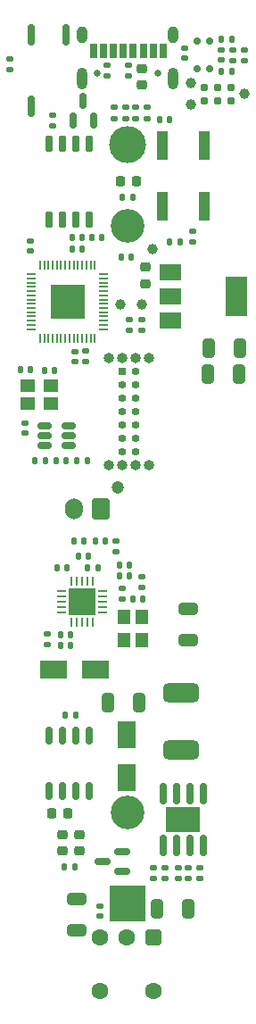
<source format=gts>
%TF.GenerationSoftware,KiCad,Pcbnew,(6.99.0-3809-g2741d0eb4b)*%
%TF.CreationDate,2022-10-14T18:55:23-04:00*%
%TF.ProjectId,ButterflyBadge,42757474-6572-4666-9c79-42616467652e,rev?*%
%TF.SameCoordinates,Original*%
%TF.FileFunction,Soldermask,Top*%
%TF.FilePolarity,Negative*%
%FSLAX46Y46*%
G04 Gerber Fmt 4.6, Leading zero omitted, Abs format (unit mm)*
G04 Created by KiCad (PCBNEW (6.99.0-3809-g2741d0eb4b)) date 2022-10-14 18:55:23*
%MOMM*%
%LPD*%
G01*
G04 APERTURE LIST*
G04 Aperture macros list*
%AMRoundRect*
0 Rectangle with rounded corners*
0 $1 Rounding radius*
0 $2 $3 $4 $5 $6 $7 $8 $9 X,Y pos of 4 corners*
0 Add a 4 corners polygon primitive as box body*
4,1,4,$2,$3,$4,$5,$6,$7,$8,$9,$2,$3,0*
0 Add four circle primitives for the rounded corners*
1,1,$1+$1,$2,$3*
1,1,$1+$1,$4,$5*
1,1,$1+$1,$6,$7*
1,1,$1+$1,$8,$9*
0 Add four rect primitives between the rounded corners*
20,1,$1+$1,$2,$3,$4,$5,0*
20,1,$1+$1,$4,$5,$6,$7,0*
20,1,$1+$1,$6,$7,$8,$9,0*
20,1,$1+$1,$8,$9,$2,$3,0*%
G04 Aperture macros list end*
%ADD10RoundRect,0.140000X0.140000X0.170000X-0.140000X0.170000X-0.140000X-0.170000X0.140000X-0.170000X0*%
%ADD11RoundRect,0.150000X0.150000X-0.825000X0.150000X0.825000X-0.150000X0.825000X-0.150000X-0.825000X0*%
%ADD12R,3.300000X2.410000*%
%ADD13RoundRect,0.140000X-0.140000X-0.170000X0.140000X-0.170000X0.140000X0.170000X-0.140000X0.170000X0*%
%ADD14RoundRect,0.135000X-0.185000X0.135000X-0.185000X-0.135000X0.185000X-0.135000X0.185000X0.135000X0*%
%ADD15RoundRect,0.140000X-0.170000X0.140000X-0.170000X-0.140000X0.170000X-0.140000X0.170000X0.140000X0*%
%ADD16R,1.800000X2.500000*%
%ADD17RoundRect,0.225000X0.250000X-0.225000X0.250000X0.225000X-0.250000X0.225000X-0.250000X-0.225000X0*%
%ADD18C,1.600000*%
%ADD19RoundRect,0.400000X0.400000X-0.400000X0.400000X0.400000X-0.400000X0.400000X-0.400000X-0.400000X0*%
%ADD20R,0.700000X1.400000*%
%ADD21R,2.000000X1.500000*%
%ADD22R,2.000000X3.800000*%
%ADD23RoundRect,0.135000X0.185000X-0.135000X0.185000X0.135000X-0.185000X0.135000X-0.185000X-0.135000X0*%
%ADD24RoundRect,0.225000X-0.225000X-0.250000X0.225000X-0.250000X0.225000X0.250000X-0.225000X0.250000X0*%
%ADD25RoundRect,0.177500X-0.177500X0.822500X-0.177500X-0.822500X0.177500X-0.822500X0.177500X0.822500X0*%
%ADD26RoundRect,0.150000X-0.150000X0.675000X-0.150000X-0.675000X0.150000X-0.675000X0.150000X0.675000X0*%
%ADD27RoundRect,0.250000X-0.650000X0.325000X-0.650000X-0.325000X0.650000X-0.325000X0.650000X0.325000X0*%
%ADD28RoundRect,0.140000X0.170000X-0.140000X0.170000X0.140000X-0.170000X0.140000X-0.170000X-0.140000X0*%
%ADD29C,1.000000*%
%ADD30RoundRect,0.150000X-0.150000X0.650000X-0.150000X-0.650000X0.150000X-0.650000X0.150000X0.650000X0*%
%ADD31RoundRect,0.062500X0.062500X-0.350000X0.062500X0.350000X-0.062500X0.350000X-0.062500X-0.350000X0*%
%ADD32RoundRect,0.062500X0.350000X-0.062500X0.350000X0.062500X-0.350000X0.062500X-0.350000X-0.062500X0*%
%ADD33R,2.500000X2.500000*%
%ADD34RoundRect,0.147500X0.147500X0.172500X-0.147500X0.172500X-0.147500X-0.172500X0.147500X-0.172500X0*%
%ADD35RoundRect,0.225000X-0.250000X0.225000X-0.250000X-0.225000X0.250000X-0.225000X0.250000X0.225000X0*%
%ADD36RoundRect,0.250000X-0.325000X-0.650000X0.325000X-0.650000X0.325000X0.650000X-0.325000X0.650000X0*%
%ADD37RoundRect,0.218750X0.256250X-0.218750X0.256250X0.218750X-0.256250X0.218750X-0.256250X-0.218750X0*%
%ADD38RoundRect,0.150000X0.587500X0.150000X-0.587500X0.150000X-0.587500X-0.150000X0.587500X-0.150000X0*%
%ADD39R,2.500000X1.800000*%
%ADD40RoundRect,0.050000X-0.387500X-0.050000X0.387500X-0.050000X0.387500X0.050000X-0.387500X0.050000X0*%
%ADD41RoundRect,0.050000X-0.050000X-0.387500X0.050000X-0.387500X0.050000X0.387500X-0.050000X0.387500X0*%
%ADD42R,3.200000X3.200000*%
%ADD43RoundRect,0.147500X-0.147500X-0.172500X0.147500X-0.172500X0.147500X0.172500X-0.147500X0.172500X0*%
%ADD44R,1.400000X1.200000*%
%ADD45RoundRect,0.135000X-0.135000X-0.185000X0.135000X-0.185000X0.135000X0.185000X-0.135000X0.185000X0*%
%ADD46RoundRect,0.150000X0.150000X-0.587500X0.150000X0.587500X-0.150000X0.587500X-0.150000X-0.587500X0*%
%ADD47C,0.990600*%
%ADD48C,0.787400*%
%ADD49C,0.700000*%
%ADD50RoundRect,0.250000X0.650000X-0.325000X0.650000X0.325000X-0.650000X0.325000X-0.650000X-0.325000X0*%
%ADD51O,1.000000X1.000000*%
%ADD52R,0.750000X0.750000*%
%ADD53O,0.750000X0.750000*%
%ADD54RoundRect,0.218750X-0.218750X-0.256250X0.218750X-0.256250X0.218750X0.256250X-0.218750X0.256250X0*%
%ADD55RoundRect,0.250000X0.325000X0.650000X-0.325000X0.650000X-0.325000X-0.650000X0.325000X-0.650000X0*%
%ADD56RoundRect,0.150000X0.512500X0.150000X-0.512500X0.150000X-0.512500X-0.150000X0.512500X-0.150000X0*%
%ADD57C,1.200000*%
%ADD58RoundRect,0.250000X0.600000X0.750000X-0.600000X0.750000X-0.600000X-0.750000X0.600000X-0.750000X0*%
%ADD59O,1.700000X2.000000*%
%ADD60R,1.000000X2.750000*%
%ADD61R,1.200000X1.400000*%
%ADD62RoundRect,0.450000X1.250000X-0.450000X1.250000X0.450000X-1.250000X0.450000X-1.250000X-0.450000X0*%
%ADD63C,3.200000*%
%ADD64R,3.500000X3.500000*%
%ADD65C,3.500000*%
%ADD66C,0.650000*%
%ADD67O,1.000000X1.600000*%
%ADD68O,1.000000X2.100000*%
G04 APERTURE END LIST*
D10*
%TO.C,R21*%
X190280000Y-128500000D03*
X189320000Y-128500000D03*
%TD*%
%TO.C,R20*%
X190380000Y-114100000D03*
X189420000Y-114100000D03*
%TD*%
D11*
%TO.C,U4*%
X198670000Y-126475000D03*
X199940000Y-126475000D03*
X201210000Y-126475000D03*
X202480000Y-126475000D03*
X202480000Y-121525000D03*
X201210000Y-121525000D03*
X199940000Y-121525000D03*
X198670000Y-121525000D03*
D12*
X200574999Y-123999999D03*
%TD*%
D13*
%TO.C,C1*%
X194720000Y-70700000D03*
X195680000Y-70700000D03*
%TD*%
D14*
%TO.C,R19*%
X194800000Y-102090000D03*
X194800000Y-103110000D03*
%TD*%
D15*
%TO.C,C9*%
X190300000Y-79620000D03*
X190300000Y-80580000D03*
%TD*%
D16*
%TO.C,D2*%
X195199999Y-115999999D03*
X195199999Y-119999999D03*
%TD*%
D17*
%TO.C,C42*%
X197000000Y-73175000D03*
X197000000Y-71625000D03*
%TD*%
D18*
%TO.C,SW3*%
X197800000Y-140290000D03*
X192720000Y-140290000D03*
D19*
X197800000Y-135210000D03*
D18*
X195260000Y-135210000D03*
X192720000Y-135210000D03*
%TD*%
D20*
%TO.C,U7*%
X192049999Y-51099999D03*
X192999999Y-51099999D03*
X193949999Y-51099999D03*
X194899999Y-51099999D03*
X195849999Y-51099999D03*
X196799999Y-51099999D03*
X197749999Y-51099999D03*
X198699999Y-51099999D03*
%TD*%
D21*
%TO.C,U5*%
X199349999Y-72099999D03*
X199349999Y-74399999D03*
D22*
X205649999Y-74399999D03*
D21*
X199349999Y-76699999D03*
%TD*%
D23*
%TO.C,R2*%
X201500000Y-69210000D03*
X201500000Y-68190000D03*
%TD*%
D24*
%TO.C,C45*%
X188125000Y-123400000D03*
X189675000Y-123400000D03*
%TD*%
D13*
%TO.C,C46*%
X188620000Y-100100000D03*
X189580000Y-100100000D03*
%TD*%
D14*
%TO.C,R15*%
X187700000Y-106390000D03*
X187700000Y-107410000D03*
%TD*%
D25*
%TO.C,BZ1*%
X189450000Y-49600000D03*
X186150000Y-49600000D03*
X186150000Y-56400000D03*
%TD*%
D26*
%TO.C,U2*%
X191705000Y-116075000D03*
X190435000Y-116075000D03*
X189165000Y-116075000D03*
X187895000Y-116075000D03*
X187895000Y-121325000D03*
X189165000Y-121325000D03*
X190435000Y-121325000D03*
X191705000Y-121325000D03*
%TD*%
D27*
%TO.C,C44*%
X190500000Y-131549999D03*
X190500000Y-134499999D03*
%TD*%
D13*
%TO.C,C18*%
X188920000Y-106500000D03*
X189880000Y-106500000D03*
%TD*%
D10*
%TO.C,C31*%
X189479999Y-90000000D03*
X188519999Y-90000000D03*
%TD*%
D14*
%TO.C,R3*%
X191300000Y-79580000D03*
X191300000Y-80600000D03*
%TD*%
D28*
%TO.C,C29*%
X185600000Y-87380000D03*
X185600000Y-86420000D03*
%TD*%
D29*
%TO.C,TP1*%
X194600000Y-75200000D03*
%TD*%
D30*
%TO.C,U1*%
X191705000Y-59900000D03*
X190435000Y-59900000D03*
X189165000Y-59900000D03*
X187895000Y-59900000D03*
X187895000Y-67100000D03*
X189165000Y-67100000D03*
X190435000Y-67100000D03*
X191705000Y-67100000D03*
%TD*%
D31*
%TO.C,U6*%
X189975000Y-105287500D03*
X190475000Y-105287500D03*
X190975000Y-105287500D03*
X191475000Y-105287500D03*
X191975000Y-105287500D03*
D32*
X192912500Y-104350000D03*
X192912500Y-103850000D03*
X192912500Y-103350000D03*
X192912500Y-102850000D03*
X192912500Y-102350000D03*
D31*
X191975000Y-101412500D03*
X191475000Y-101412500D03*
X190975000Y-101412500D03*
X190475000Y-101412500D03*
X189975000Y-101412500D03*
D32*
X189037500Y-102350000D03*
X189037500Y-102850000D03*
X189037500Y-103350000D03*
X189037500Y-103850000D03*
X189037500Y-104350000D03*
D33*
X190974999Y-103349999D03*
%TD*%
D23*
%TO.C,R18*%
X195400000Y-53510000D03*
X195400000Y-52490000D03*
%TD*%
D14*
%TO.C,R7*%
X196100000Y-56490000D03*
X196100000Y-57510000D03*
%TD*%
D34*
%TO.C,L3*%
X191585000Y-99000000D03*
X190615000Y-99000000D03*
%TD*%
D35*
%TO.C,C26*%
X196700000Y-52825000D03*
X196700000Y-54375000D03*
%TD*%
D28*
%TO.C,C41*%
X196700000Y-101980000D03*
X196700000Y-101020000D03*
%TD*%
D14*
%TO.C,R6*%
X195100000Y-56490000D03*
X195100000Y-57510000D03*
%TD*%
D36*
%TO.C,C15*%
X203025000Y-79300000D03*
X205975000Y-79300000D03*
%TD*%
%TO.C,C22*%
X202925000Y-81800000D03*
X205875000Y-81800000D03*
%TD*%
D23*
%TO.C,R23*%
X184100000Y-52919999D03*
X184100000Y-51899999D03*
%TD*%
D37*
%TO.C,D516*%
X189100000Y-126987500D03*
X189100000Y-125412500D03*
%TD*%
D28*
%TO.C,C16*%
X192700000Y-133180000D03*
X192700000Y-132220000D03*
%TD*%
D10*
%TO.C,C20*%
X205180000Y-53100000D03*
X204220000Y-53100000D03*
%TD*%
D29*
%TO.C,TP3*%
X197700000Y-69900000D03*
%TD*%
D13*
%TO.C,C47*%
X194520000Y-99900000D03*
X195480000Y-99900000D03*
%TD*%
D38*
%TO.C,U8*%
X194837500Y-128950000D03*
X194837500Y-127050000D03*
X192962500Y-128000000D03*
%TD*%
D10*
%TO.C,C6*%
X190980000Y-68800000D03*
X190020000Y-68800000D03*
%TD*%
D39*
%TO.C,D1*%
X192299999Y-109799999D03*
X188299999Y-109799999D03*
%TD*%
D40*
%TO.C,U3*%
X186162500Y-72300000D03*
X186162500Y-72700000D03*
X186162500Y-73100000D03*
X186162500Y-73500000D03*
X186162500Y-73900000D03*
X186162500Y-74300000D03*
X186162500Y-74700000D03*
X186162500Y-75100000D03*
X186162500Y-75500000D03*
X186162500Y-75900000D03*
X186162500Y-76300000D03*
X186162500Y-76700000D03*
X186162500Y-77100000D03*
X186162500Y-77500000D03*
D41*
X187000000Y-78337500D03*
X187400000Y-78337500D03*
X187800000Y-78337500D03*
X188200000Y-78337500D03*
X188600000Y-78337500D03*
X189000000Y-78337500D03*
X189400000Y-78337500D03*
X189800000Y-78337500D03*
X190200000Y-78337500D03*
X190600000Y-78337500D03*
X191000000Y-78337500D03*
X191400000Y-78337500D03*
X191800000Y-78337500D03*
X192200000Y-78337500D03*
D40*
X193037500Y-77500000D03*
X193037500Y-77100000D03*
X193037500Y-76700000D03*
X193037500Y-76300000D03*
X193037500Y-75900000D03*
X193037500Y-75500000D03*
X193037500Y-75100000D03*
X193037500Y-74700000D03*
X193037500Y-74300000D03*
X193037500Y-73900000D03*
X193037500Y-73500000D03*
X193037500Y-73100000D03*
X193037500Y-72700000D03*
X193037500Y-72300000D03*
D41*
X192200000Y-71462500D03*
X191800000Y-71462500D03*
X191400000Y-71462500D03*
X191000000Y-71462500D03*
X190600000Y-71462500D03*
X190200000Y-71462500D03*
X189800000Y-71462500D03*
X189400000Y-71462500D03*
X189000000Y-71462500D03*
X188600000Y-71462500D03*
X188200000Y-71462500D03*
X187800000Y-71462500D03*
X187400000Y-71462500D03*
X187000000Y-71462500D03*
D42*
X189599999Y-74899999D03*
%TD*%
D10*
%TO.C,C30*%
X191480000Y-90000000D03*
X190520000Y-90000000D03*
%TD*%
%TO.C,C13*%
X199280000Y-57600000D03*
X198320000Y-57600000D03*
%TD*%
D43*
%TO.C,L4*%
X190215000Y-97600000D03*
X191185000Y-97600000D03*
%TD*%
D10*
%TO.C,C2*%
X186080000Y-81300000D03*
X185120000Y-81300000D03*
%TD*%
D37*
%TO.C,D517*%
X190700000Y-126987500D03*
X190700000Y-125412500D03*
%TD*%
D28*
%TO.C,C10*%
X186100000Y-70080000D03*
X186100000Y-69120000D03*
%TD*%
D15*
%TO.C,C33*%
X204200000Y-51020000D03*
X204200000Y-51980000D03*
%TD*%
%TO.C,C43*%
X202200000Y-128620000D03*
X202200000Y-129580000D03*
%TD*%
D14*
%TO.C,R4*%
X194000000Y-56490000D03*
X194000000Y-57510000D03*
%TD*%
D36*
%TO.C,C25*%
X198125000Y-132500000D03*
X201075000Y-132500000D03*
%TD*%
D44*
%TO.C,Y1*%
X185799999Y-84549999D03*
X187999999Y-84549999D03*
X187999999Y-82849999D03*
X185799999Y-82849999D03*
%TD*%
D14*
%TO.C,R16*%
X205300000Y-50990000D03*
X205300000Y-52010000D03*
%TD*%
D45*
%TO.C,Q1*%
X204190000Y-50000000D03*
X205210000Y-50000000D03*
%TD*%
D46*
%TO.C,Q2*%
X190150000Y-57737500D03*
X192050000Y-57737500D03*
X191100000Y-55862500D03*
%TD*%
D13*
%TO.C,C24*%
X195820000Y-103100000D03*
X196780000Y-103100000D03*
%TD*%
D47*
%TO.C,P1*%
X206440000Y-55200000D03*
X201360000Y-56216000D03*
X201360000Y-54184000D03*
D48*
X205170000Y-54565000D03*
X205170000Y-55835000D03*
X203900000Y-54565000D03*
X203900000Y-55835000D03*
X202630000Y-54565000D03*
X202630000Y-55835000D03*
%TD*%
D49*
%TO.C,U25*%
X203075000Y-50170000D03*
X203075000Y-52830000D03*
X201925000Y-52830000D03*
X201925000Y-50170000D03*
%TD*%
D50*
%TO.C,C35*%
X201100000Y-106975000D03*
X201100000Y-104025000D03*
%TD*%
D13*
%TO.C,R22*%
X194820000Y-65000000D03*
X195780000Y-65000000D03*
%TD*%
D23*
%TO.C,R17*%
X193400000Y-53500000D03*
X193400000Y-52480000D03*
%TD*%
D15*
%TO.C,C34*%
X200700000Y-50820000D03*
X200700000Y-51780000D03*
%TD*%
D10*
%TO.C,C32*%
X187480000Y-90000000D03*
X186520000Y-90000000D03*
%TD*%
%TO.C,C23*%
X195480000Y-100900000D03*
X194520000Y-100900000D03*
%TD*%
D51*
%TO.C,J4*%
X193494999Y-80219999D03*
X193494999Y-90379999D03*
X194764999Y-80219999D03*
X194764999Y-90379999D03*
X196034999Y-80219999D03*
X196034999Y-90379999D03*
X197304999Y-80219999D03*
X197304999Y-90379999D03*
D52*
X194764999Y-81489999D03*
D53*
X196034999Y-81489999D03*
X194764999Y-82759999D03*
X196034999Y-82759999D03*
X194764999Y-84029999D03*
X196034999Y-84029999D03*
X194764999Y-85299999D03*
X196034999Y-85299999D03*
X194764999Y-86569999D03*
X196034999Y-86569999D03*
X194764999Y-87839999D03*
X196034999Y-87839999D03*
X194764999Y-89109999D03*
X196034999Y-89109999D03*
%TD*%
D13*
%TO.C,C11*%
X191920000Y-68800000D03*
X192880000Y-68800000D03*
%TD*%
D23*
%TO.C,R12*%
X200100000Y-129600001D03*
X200100000Y-128580001D03*
%TD*%
D13*
%TO.C,C27*%
X192240000Y-97600000D03*
X193200000Y-97600000D03*
%TD*%
D14*
%TO.C,R5*%
X197200000Y-56490000D03*
X197200000Y-57510000D03*
%TD*%
D45*
%TO.C,R1*%
X199290000Y-69200000D03*
X200310000Y-69200000D03*
%TD*%
D54*
%TO.C,D518*%
X194612500Y-63500000D03*
X196187500Y-63500000D03*
%TD*%
D55*
%TO.C,C21*%
X196375000Y-112900000D03*
X193425000Y-112900000D03*
%TD*%
D56*
%TO.C,U9*%
X189737500Y-88550000D03*
X189737500Y-87600000D03*
X189737500Y-86650000D03*
X187462500Y-86650000D03*
X187462500Y-87600000D03*
X187462500Y-88550000D03*
%TD*%
D57*
%TO.C,M1*%
X194350000Y-92525000D03*
D58*
X192750000Y-94525000D03*
D59*
X190249999Y-94524999D03*
%TD*%
D13*
%TO.C,C17*%
X188920000Y-107500000D03*
X189880000Y-107500000D03*
%TD*%
D60*
%TO.C,SW1*%
X202599999Y-60119999D03*
X202599999Y-65879999D03*
X198599999Y-60119999D03*
X198599999Y-65879999D03*
%TD*%
D14*
%TO.C,R24*%
X188200000Y-57190000D03*
X188200000Y-58210000D03*
%TD*%
D61*
%TO.C,Y2*%
X196649999Y-106999999D03*
X196649999Y-104799999D03*
X194949999Y-104799999D03*
X194949999Y-106999999D03*
%TD*%
D23*
%TO.C,R10*%
X195500000Y-77610000D03*
X195500000Y-76590000D03*
%TD*%
D14*
%TO.C,R9*%
X198900000Y-128590000D03*
X198900000Y-129610000D03*
%TD*%
D28*
%TO.C,C28*%
X194200000Y-98580000D03*
X194200000Y-97620000D03*
%TD*%
D14*
%TO.C,R11*%
X196700000Y-76590000D03*
X196700000Y-77610000D03*
%TD*%
D13*
%TO.C,C4*%
X187440000Y-81400000D03*
X188400000Y-81400000D03*
%TD*%
D62*
%TO.C,L1*%
X200400000Y-111950000D03*
X200400000Y-117450000D03*
%TD*%
D29*
%TO.C,TP2*%
X196700000Y-75200000D03*
%TD*%
D34*
%TO.C,L2*%
X192485000Y-100100000D03*
X191515000Y-100100000D03*
%TD*%
D23*
%TO.C,R8*%
X197800000Y-129610000D03*
X197800000Y-128590000D03*
%TD*%
D10*
%TO.C,C5*%
X190980000Y-69900000D03*
X190020000Y-69900000D03*
%TD*%
D14*
%TO.C,R14*%
X206400000Y-50990000D03*
X206400000Y-52010000D03*
%TD*%
%TO.C,R13*%
X201100000Y-128590000D03*
X201100000Y-129610000D03*
%TD*%
D63*
%TO.C,BT1*%
X195300000Y-123355000D03*
X195300000Y-67745000D03*
D64*
X195299999Y-131999999D03*
D65*
X195300000Y-60000000D03*
%TD*%
D66*
%TO.C,J1*%
X192410000Y-53200000D03*
X198190000Y-53200000D03*
D67*
X190979999Y-49549999D03*
D68*
X190979999Y-53729999D03*
D67*
X199619999Y-49549999D03*
D68*
X199619999Y-53729999D03*
%TD*%
M02*

</source>
